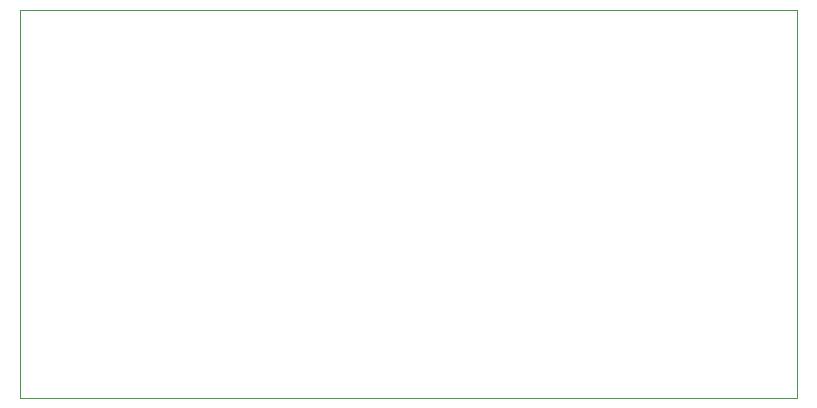
<source format=gbr>
%TF.GenerationSoftware,KiCad,Pcbnew,8.0.6*%
%TF.CreationDate,2024-11-24T10:07:13-07:00*%
%TF.ProjectId,Pellet Stove PCB,50656c6c-6574-4205-9374-6f7665205043,rev?*%
%TF.SameCoordinates,Original*%
%TF.FileFunction,Profile,NP*%
%FSLAX46Y46*%
G04 Gerber Fmt 4.6, Leading zero omitted, Abs format (unit mm)*
G04 Created by KiCad (PCBNEW 8.0.6) date 2024-11-24 10:07:13*
%MOMM*%
%LPD*%
G01*
G04 APERTURE LIST*
%TA.AperFunction,Profile*%
%ADD10C,0.050000*%
%TD*%
G04 APERTURE END LIST*
D10*
X97580000Y-95330000D02*
X163410000Y-95330000D01*
X163410000Y-128209564D01*
X97580000Y-128209564D01*
X97580000Y-95330000D01*
M02*

</source>
